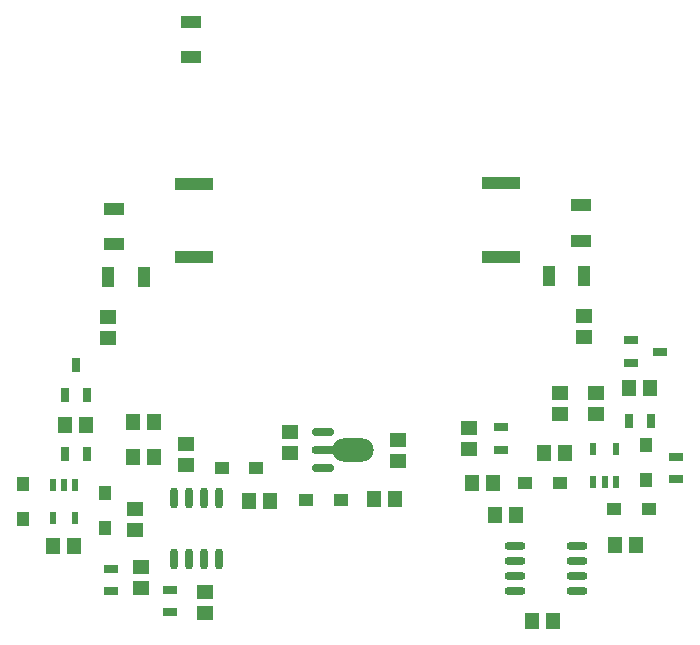
<source format=gbr>
%TF.GenerationSoftware,KiCad,Pcbnew,(5.1.4)-1*%
%TF.CreationDate,2020-11-11T00:06:55+08:00*%
%TF.ProjectId,Directional_coupler,44697265-6374-4696-9f6e-616c5f636f75,rev?*%
%TF.SameCoordinates,Original*%
%TF.FileFunction,Paste,Top*%
%TF.FilePolarity,Positive*%
%FSLAX46Y46*%
G04 Gerber Fmt 4.6, Leading zero omitted, Abs format (unit mm)*
G04 Created by KiCad (PCBNEW (5.1.4)-1) date 2020-11-11 00:06:55*
%MOMM*%
%LPD*%
G04 APERTURE LIST*
%ADD10R,1.160000X1.470000*%
%ADD11R,1.800000X1.130000*%
%ADD12R,1.250000X1.000000*%
%ADD13O,1.800000X0.700000*%
%ADD14R,0.600000X1.100000*%
%ADD15O,1.900000X0.700000*%
%ADD16O,3.500000X2.000000*%
%ADD17O,2.100000X0.700000*%
%ADD18O,0.700000X1.800000*%
%ADD19R,1.130000X1.800000*%
%ADD20R,3.200000X1.000000*%
%ADD21R,0.700000X1.300000*%
%ADD22R,1.470000X1.160000*%
%ADD23R,1.000000X1.250000*%
%ADD24R,1.250000X0.700000*%
%ADD25R,0.700000X1.250000*%
%ADD26R,1.300000X0.700000*%
G04 APERTURE END LIST*
D10*
X90510000Y-101750000D03*
X92290000Y-101750000D03*
D11*
X66750000Y-62760000D03*
X66750000Y-65740000D03*
D12*
X79455000Y-103169000D03*
X76505000Y-103169000D03*
D13*
X99400000Y-107095000D03*
X99400000Y-108365000D03*
X99400000Y-109635000D03*
X99400000Y-110905000D03*
X94200000Y-110905000D03*
X94200000Y-109635000D03*
X94200000Y-108365000D03*
X94200000Y-107095000D03*
D14*
X100800000Y-98850000D03*
X102700000Y-98850000D03*
X102700000Y-101650000D03*
X101750000Y-101650000D03*
X100800000Y-101650000D03*
D15*
X77930000Y-100469000D03*
D16*
X80430000Y-98969000D03*
D17*
X78030000Y-98969000D03*
D15*
X77930000Y-97469000D03*
D14*
X56930000Y-104719000D03*
X55030000Y-104719000D03*
X55030000Y-101919000D03*
X55980000Y-101919000D03*
X56930000Y-101919000D03*
D18*
X65275000Y-103019000D03*
X66545000Y-103019000D03*
X67815000Y-103019000D03*
X69085000Y-103019000D03*
X69085000Y-108219000D03*
X67815000Y-108219000D03*
X66545000Y-108219000D03*
X65275000Y-108219000D03*
D10*
X95620000Y-113450000D03*
X97400000Y-113450000D03*
X92510000Y-104500000D03*
X94290000Y-104500000D03*
D11*
X99750000Y-81240000D03*
X99750000Y-78260000D03*
D19*
X97010000Y-84250000D03*
X99990000Y-84250000D03*
D20*
X93000000Y-76400000D03*
X93000000Y-82600000D03*
X66980000Y-76469000D03*
X66980000Y-82669000D03*
D19*
X59740000Y-84319000D03*
X62720000Y-84319000D03*
D11*
X60230000Y-81559000D03*
X60230000Y-78579000D03*
D21*
X57930000Y-99319000D03*
X56030000Y-99319000D03*
D22*
X61980000Y-103929000D03*
X61980000Y-105709000D03*
X67930000Y-110979000D03*
X67930000Y-112759000D03*
D10*
X71640000Y-103269000D03*
X73420000Y-103269000D03*
D22*
X101000000Y-95890000D03*
X101000000Y-94110000D03*
D10*
X61840000Y-99569000D03*
X63620000Y-99569000D03*
D12*
X95025000Y-101750000D03*
X97975000Y-101750000D03*
X102525000Y-104000000D03*
X105475000Y-104000000D03*
D23*
X105250000Y-98525000D03*
X105250000Y-101475000D03*
D24*
X106450000Y-90650000D03*
X103950000Y-91600000D03*
X103950000Y-89700000D03*
D25*
X56980000Y-91819000D03*
X57930000Y-94319000D03*
X56030000Y-94319000D03*
D10*
X102610000Y-107050000D03*
X104390000Y-107050000D03*
D22*
X90250000Y-97110000D03*
X90250000Y-98890000D03*
D10*
X98390000Y-99250000D03*
X96610000Y-99250000D03*
D22*
X98000000Y-94110000D03*
X98000000Y-95890000D03*
D10*
X103860000Y-93750000D03*
X105640000Y-93750000D03*
D22*
X100000000Y-87610000D03*
X100000000Y-89390000D03*
X75150000Y-97460000D03*
X75150000Y-99240000D03*
X84250000Y-98160000D03*
X84250000Y-99940000D03*
D10*
X82270000Y-103150000D03*
X84050000Y-103150000D03*
D22*
X59730000Y-89459000D03*
X59730000Y-87679000D03*
D10*
X57870000Y-96819000D03*
X56090000Y-96819000D03*
X63620000Y-96569000D03*
X61840000Y-96569000D03*
X56870000Y-107069000D03*
X55090000Y-107069000D03*
D22*
X62530000Y-110659000D03*
X62530000Y-108879000D03*
X66330000Y-100259000D03*
X66330000Y-98479000D03*
D23*
X52480000Y-101844000D03*
X52480000Y-104794000D03*
D26*
X65000000Y-112700000D03*
X65000000Y-110800000D03*
D12*
X72275000Y-100500000D03*
X69325000Y-100500000D03*
D23*
X59480000Y-102594000D03*
X59480000Y-105544000D03*
D26*
X93000000Y-98950000D03*
X93000000Y-97050000D03*
X107800000Y-101450000D03*
X107800000Y-99550000D03*
D21*
X103800000Y-96500000D03*
X105700000Y-96500000D03*
D26*
X60000000Y-109050000D03*
X60000000Y-110950000D03*
M02*

</source>
